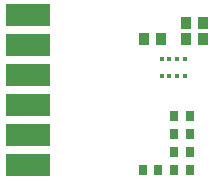
<source format=gtp>
G04 Layer_Color=7318015*
%FSLAX25Y25*%
%MOIN*%
G70*
G01*
G75*
%ADD10R,0.15000X0.07600*%
G04:AMPARAMS|DCode=11|XSize=13.78mil|YSize=13.78mil|CornerRadius=3.45mil|HoleSize=0mil|Usage=FLASHONLY|Rotation=270.000|XOffset=0mil|YOffset=0mil|HoleType=Round|Shape=RoundedRectangle|*
%AMROUNDEDRECTD11*
21,1,0.01378,0.00689,0,0,270.0*
21,1,0.00689,0.01378,0,0,270.0*
1,1,0.00689,-0.00345,-0.00345*
1,1,0.00689,-0.00345,0.00345*
1,1,0.00689,0.00345,0.00345*
1,1,0.00689,0.00345,-0.00345*
%
%ADD11ROUNDEDRECTD11*%
%ADD12R,0.03740X0.04134*%
%ADD13R,0.03150X0.03740*%
D10*
X112500Y265000D02*
D03*
Y275000D02*
D03*
Y315000D02*
D03*
Y305000D02*
D03*
Y295000D02*
D03*
Y285000D02*
D03*
D11*
X164839Y294646D02*
D03*
X162279D02*
D03*
X159721D02*
D03*
X157161D02*
D03*
Y300354D02*
D03*
X159721D02*
D03*
X162279D02*
D03*
X164839D02*
D03*
D12*
X165146Y307000D02*
D03*
X170854D02*
D03*
X165146Y312500D02*
D03*
X170854D02*
D03*
X156854Y307000D02*
D03*
X151146D02*
D03*
D13*
X161441Y281500D02*
D03*
X166559D02*
D03*
X161441Y263500D02*
D03*
X166559D02*
D03*
X150941D02*
D03*
X156059D02*
D03*
X161441Y275500D02*
D03*
X166559D02*
D03*
X161441Y269500D02*
D03*
X166559D02*
D03*
M02*

</source>
